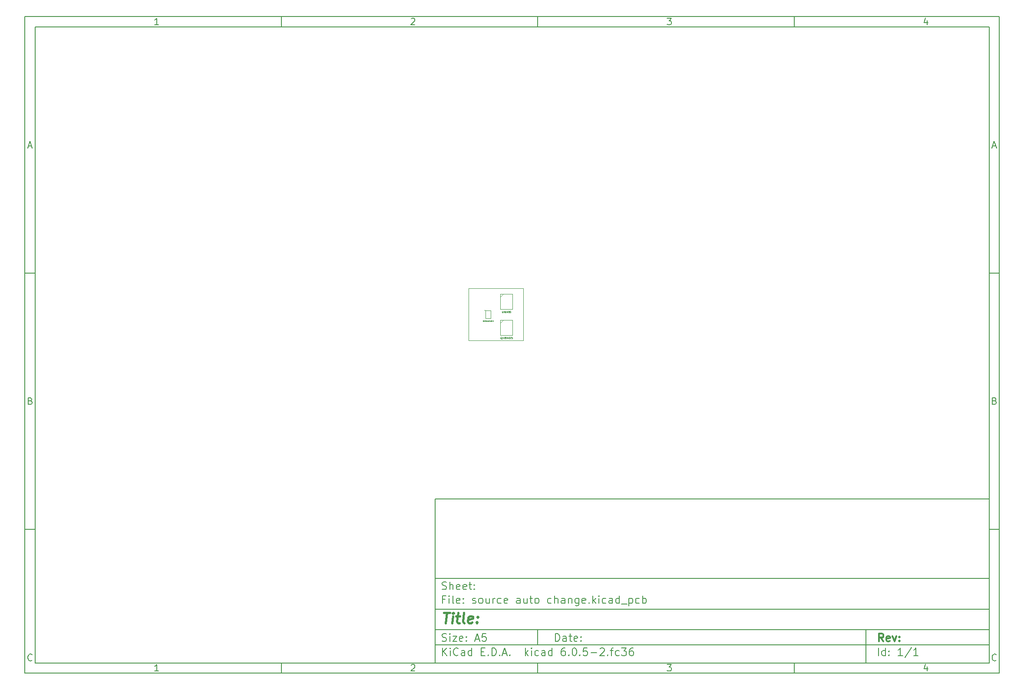
<source format=gbr>
%TF.GenerationSoftware,KiCad,Pcbnew,6.0.5-2.fc36*%
%TF.CreationDate,2022-06-19T11:45:18+04:00*%
%TF.ProjectId,source auto change,736f7572-6365-4206-9175-746f20636861,rev?*%
%TF.SameCoordinates,Original*%
%TF.FileFunction,AssemblyDrawing,Top*%
%FSLAX46Y46*%
G04 Gerber Fmt 4.6, Leading zero omitted, Abs format (unit mm)*
G04 Created by KiCad (PCBNEW 6.0.5-2.fc36) date 2022-06-19 11:45:18*
%MOMM*%
%LPD*%
G01*
G04 APERTURE LIST*
%ADD10C,0.100000*%
%ADD11C,0.150000*%
%ADD12C,0.300000*%
%ADD13C,0.400000*%
%TA.AperFunction,Profile*%
%ADD14C,0.100000*%
%TD*%
%ADD15C,0.030000*%
%ADD16C,0.040000*%
%ADD17C,0.020000*%
%ADD18C,0.050000*%
G04 APERTURE END LIST*
D10*
D11*
X90007200Y-104005800D02*
X90007200Y-136005800D01*
X198007200Y-136005800D01*
X198007200Y-104005800D01*
X90007200Y-104005800D01*
D10*
D11*
X10000000Y-10000000D02*
X10000000Y-138005800D01*
X200007200Y-138005800D01*
X200007200Y-10000000D01*
X10000000Y-10000000D01*
D10*
D11*
X12000000Y-12000000D02*
X12000000Y-136005800D01*
X198007200Y-136005800D01*
X198007200Y-12000000D01*
X12000000Y-12000000D01*
D10*
D11*
X60000000Y-12000000D02*
X60000000Y-10000000D01*
D10*
D11*
X110000000Y-12000000D02*
X110000000Y-10000000D01*
D10*
D11*
X160000000Y-12000000D02*
X160000000Y-10000000D01*
D10*
D11*
X36065476Y-11588095D02*
X35322619Y-11588095D01*
X35694047Y-11588095D02*
X35694047Y-10288095D01*
X35570238Y-10473809D01*
X35446428Y-10597619D01*
X35322619Y-10659523D01*
D10*
D11*
X85322619Y-10411904D02*
X85384523Y-10350000D01*
X85508333Y-10288095D01*
X85817857Y-10288095D01*
X85941666Y-10350000D01*
X86003571Y-10411904D01*
X86065476Y-10535714D01*
X86065476Y-10659523D01*
X86003571Y-10845238D01*
X85260714Y-11588095D01*
X86065476Y-11588095D01*
D10*
D11*
X135260714Y-10288095D02*
X136065476Y-10288095D01*
X135632142Y-10783333D01*
X135817857Y-10783333D01*
X135941666Y-10845238D01*
X136003571Y-10907142D01*
X136065476Y-11030952D01*
X136065476Y-11340476D01*
X136003571Y-11464285D01*
X135941666Y-11526190D01*
X135817857Y-11588095D01*
X135446428Y-11588095D01*
X135322619Y-11526190D01*
X135260714Y-11464285D01*
D10*
D11*
X185941666Y-10721428D02*
X185941666Y-11588095D01*
X185632142Y-10226190D02*
X185322619Y-11154761D01*
X186127380Y-11154761D01*
D10*
D11*
X60000000Y-136005800D02*
X60000000Y-138005800D01*
D10*
D11*
X110000000Y-136005800D02*
X110000000Y-138005800D01*
D10*
D11*
X160000000Y-136005800D02*
X160000000Y-138005800D01*
D10*
D11*
X36065476Y-137593895D02*
X35322619Y-137593895D01*
X35694047Y-137593895D02*
X35694047Y-136293895D01*
X35570238Y-136479609D01*
X35446428Y-136603419D01*
X35322619Y-136665323D01*
D10*
D11*
X85322619Y-136417704D02*
X85384523Y-136355800D01*
X85508333Y-136293895D01*
X85817857Y-136293895D01*
X85941666Y-136355800D01*
X86003571Y-136417704D01*
X86065476Y-136541514D01*
X86065476Y-136665323D01*
X86003571Y-136851038D01*
X85260714Y-137593895D01*
X86065476Y-137593895D01*
D10*
D11*
X135260714Y-136293895D02*
X136065476Y-136293895D01*
X135632142Y-136789133D01*
X135817857Y-136789133D01*
X135941666Y-136851038D01*
X136003571Y-136912942D01*
X136065476Y-137036752D01*
X136065476Y-137346276D01*
X136003571Y-137470085D01*
X135941666Y-137531990D01*
X135817857Y-137593895D01*
X135446428Y-137593895D01*
X135322619Y-137531990D01*
X135260714Y-137470085D01*
D10*
D11*
X185941666Y-136727228D02*
X185941666Y-137593895D01*
X185632142Y-136231990D02*
X185322619Y-137160561D01*
X186127380Y-137160561D01*
D10*
D11*
X10000000Y-60000000D02*
X12000000Y-60000000D01*
D10*
D11*
X10000000Y-110000000D02*
X12000000Y-110000000D01*
D10*
D11*
X10690476Y-35216666D02*
X11309523Y-35216666D01*
X10566666Y-35588095D02*
X11000000Y-34288095D01*
X11433333Y-35588095D01*
D10*
D11*
X11092857Y-84907142D02*
X11278571Y-84969047D01*
X11340476Y-85030952D01*
X11402380Y-85154761D01*
X11402380Y-85340476D01*
X11340476Y-85464285D01*
X11278571Y-85526190D01*
X11154761Y-85588095D01*
X10659523Y-85588095D01*
X10659523Y-84288095D01*
X11092857Y-84288095D01*
X11216666Y-84350000D01*
X11278571Y-84411904D01*
X11340476Y-84535714D01*
X11340476Y-84659523D01*
X11278571Y-84783333D01*
X11216666Y-84845238D01*
X11092857Y-84907142D01*
X10659523Y-84907142D01*
D10*
D11*
X11402380Y-135464285D02*
X11340476Y-135526190D01*
X11154761Y-135588095D01*
X11030952Y-135588095D01*
X10845238Y-135526190D01*
X10721428Y-135402380D01*
X10659523Y-135278571D01*
X10597619Y-135030952D01*
X10597619Y-134845238D01*
X10659523Y-134597619D01*
X10721428Y-134473809D01*
X10845238Y-134350000D01*
X11030952Y-134288095D01*
X11154761Y-134288095D01*
X11340476Y-134350000D01*
X11402380Y-134411904D01*
D10*
D11*
X200007200Y-60000000D02*
X198007200Y-60000000D01*
D10*
D11*
X200007200Y-110000000D02*
X198007200Y-110000000D01*
D10*
D11*
X198697676Y-35216666D02*
X199316723Y-35216666D01*
X198573866Y-35588095D02*
X199007200Y-34288095D01*
X199440533Y-35588095D01*
D10*
D11*
X199100057Y-84907142D02*
X199285771Y-84969047D01*
X199347676Y-85030952D01*
X199409580Y-85154761D01*
X199409580Y-85340476D01*
X199347676Y-85464285D01*
X199285771Y-85526190D01*
X199161961Y-85588095D01*
X198666723Y-85588095D01*
X198666723Y-84288095D01*
X199100057Y-84288095D01*
X199223866Y-84350000D01*
X199285771Y-84411904D01*
X199347676Y-84535714D01*
X199347676Y-84659523D01*
X199285771Y-84783333D01*
X199223866Y-84845238D01*
X199100057Y-84907142D01*
X198666723Y-84907142D01*
D10*
D11*
X199409580Y-135464285D02*
X199347676Y-135526190D01*
X199161961Y-135588095D01*
X199038152Y-135588095D01*
X198852438Y-135526190D01*
X198728628Y-135402380D01*
X198666723Y-135278571D01*
X198604819Y-135030952D01*
X198604819Y-134845238D01*
X198666723Y-134597619D01*
X198728628Y-134473809D01*
X198852438Y-134350000D01*
X199038152Y-134288095D01*
X199161961Y-134288095D01*
X199347676Y-134350000D01*
X199409580Y-134411904D01*
D10*
D11*
X113439342Y-131784371D02*
X113439342Y-130284371D01*
X113796485Y-130284371D01*
X114010771Y-130355800D01*
X114153628Y-130498657D01*
X114225057Y-130641514D01*
X114296485Y-130927228D01*
X114296485Y-131141514D01*
X114225057Y-131427228D01*
X114153628Y-131570085D01*
X114010771Y-131712942D01*
X113796485Y-131784371D01*
X113439342Y-131784371D01*
X115582200Y-131784371D02*
X115582200Y-130998657D01*
X115510771Y-130855800D01*
X115367914Y-130784371D01*
X115082200Y-130784371D01*
X114939342Y-130855800D01*
X115582200Y-131712942D02*
X115439342Y-131784371D01*
X115082200Y-131784371D01*
X114939342Y-131712942D01*
X114867914Y-131570085D01*
X114867914Y-131427228D01*
X114939342Y-131284371D01*
X115082200Y-131212942D01*
X115439342Y-131212942D01*
X115582200Y-131141514D01*
X116082200Y-130784371D02*
X116653628Y-130784371D01*
X116296485Y-130284371D02*
X116296485Y-131570085D01*
X116367914Y-131712942D01*
X116510771Y-131784371D01*
X116653628Y-131784371D01*
X117725057Y-131712942D02*
X117582200Y-131784371D01*
X117296485Y-131784371D01*
X117153628Y-131712942D01*
X117082200Y-131570085D01*
X117082200Y-130998657D01*
X117153628Y-130855800D01*
X117296485Y-130784371D01*
X117582200Y-130784371D01*
X117725057Y-130855800D01*
X117796485Y-130998657D01*
X117796485Y-131141514D01*
X117082200Y-131284371D01*
X118439342Y-131641514D02*
X118510771Y-131712942D01*
X118439342Y-131784371D01*
X118367914Y-131712942D01*
X118439342Y-131641514D01*
X118439342Y-131784371D01*
X118439342Y-130855800D02*
X118510771Y-130927228D01*
X118439342Y-130998657D01*
X118367914Y-130927228D01*
X118439342Y-130855800D01*
X118439342Y-130998657D01*
D10*
D11*
X90007200Y-132505800D02*
X198007200Y-132505800D01*
D10*
D11*
X91439342Y-134584371D02*
X91439342Y-133084371D01*
X92296485Y-134584371D02*
X91653628Y-133727228D01*
X92296485Y-133084371D02*
X91439342Y-133941514D01*
X92939342Y-134584371D02*
X92939342Y-133584371D01*
X92939342Y-133084371D02*
X92867914Y-133155800D01*
X92939342Y-133227228D01*
X93010771Y-133155800D01*
X92939342Y-133084371D01*
X92939342Y-133227228D01*
X94510771Y-134441514D02*
X94439342Y-134512942D01*
X94225057Y-134584371D01*
X94082200Y-134584371D01*
X93867914Y-134512942D01*
X93725057Y-134370085D01*
X93653628Y-134227228D01*
X93582200Y-133941514D01*
X93582200Y-133727228D01*
X93653628Y-133441514D01*
X93725057Y-133298657D01*
X93867914Y-133155800D01*
X94082200Y-133084371D01*
X94225057Y-133084371D01*
X94439342Y-133155800D01*
X94510771Y-133227228D01*
X95796485Y-134584371D02*
X95796485Y-133798657D01*
X95725057Y-133655800D01*
X95582200Y-133584371D01*
X95296485Y-133584371D01*
X95153628Y-133655800D01*
X95796485Y-134512942D02*
X95653628Y-134584371D01*
X95296485Y-134584371D01*
X95153628Y-134512942D01*
X95082200Y-134370085D01*
X95082200Y-134227228D01*
X95153628Y-134084371D01*
X95296485Y-134012942D01*
X95653628Y-134012942D01*
X95796485Y-133941514D01*
X97153628Y-134584371D02*
X97153628Y-133084371D01*
X97153628Y-134512942D02*
X97010771Y-134584371D01*
X96725057Y-134584371D01*
X96582200Y-134512942D01*
X96510771Y-134441514D01*
X96439342Y-134298657D01*
X96439342Y-133870085D01*
X96510771Y-133727228D01*
X96582200Y-133655800D01*
X96725057Y-133584371D01*
X97010771Y-133584371D01*
X97153628Y-133655800D01*
X99010771Y-133798657D02*
X99510771Y-133798657D01*
X99725057Y-134584371D02*
X99010771Y-134584371D01*
X99010771Y-133084371D01*
X99725057Y-133084371D01*
X100367914Y-134441514D02*
X100439342Y-134512942D01*
X100367914Y-134584371D01*
X100296485Y-134512942D01*
X100367914Y-134441514D01*
X100367914Y-134584371D01*
X101082200Y-134584371D02*
X101082200Y-133084371D01*
X101439342Y-133084371D01*
X101653628Y-133155800D01*
X101796485Y-133298657D01*
X101867914Y-133441514D01*
X101939342Y-133727228D01*
X101939342Y-133941514D01*
X101867914Y-134227228D01*
X101796485Y-134370085D01*
X101653628Y-134512942D01*
X101439342Y-134584371D01*
X101082200Y-134584371D01*
X102582200Y-134441514D02*
X102653628Y-134512942D01*
X102582200Y-134584371D01*
X102510771Y-134512942D01*
X102582200Y-134441514D01*
X102582200Y-134584371D01*
X103225057Y-134155800D02*
X103939342Y-134155800D01*
X103082200Y-134584371D02*
X103582200Y-133084371D01*
X104082200Y-134584371D01*
X104582200Y-134441514D02*
X104653628Y-134512942D01*
X104582200Y-134584371D01*
X104510771Y-134512942D01*
X104582200Y-134441514D01*
X104582200Y-134584371D01*
X107582200Y-134584371D02*
X107582200Y-133084371D01*
X107725057Y-134012942D02*
X108153628Y-134584371D01*
X108153628Y-133584371D02*
X107582200Y-134155800D01*
X108796485Y-134584371D02*
X108796485Y-133584371D01*
X108796485Y-133084371D02*
X108725057Y-133155800D01*
X108796485Y-133227228D01*
X108867914Y-133155800D01*
X108796485Y-133084371D01*
X108796485Y-133227228D01*
X110153628Y-134512942D02*
X110010771Y-134584371D01*
X109725057Y-134584371D01*
X109582200Y-134512942D01*
X109510771Y-134441514D01*
X109439342Y-134298657D01*
X109439342Y-133870085D01*
X109510771Y-133727228D01*
X109582200Y-133655800D01*
X109725057Y-133584371D01*
X110010771Y-133584371D01*
X110153628Y-133655800D01*
X111439342Y-134584371D02*
X111439342Y-133798657D01*
X111367914Y-133655800D01*
X111225057Y-133584371D01*
X110939342Y-133584371D01*
X110796485Y-133655800D01*
X111439342Y-134512942D02*
X111296485Y-134584371D01*
X110939342Y-134584371D01*
X110796485Y-134512942D01*
X110725057Y-134370085D01*
X110725057Y-134227228D01*
X110796485Y-134084371D01*
X110939342Y-134012942D01*
X111296485Y-134012942D01*
X111439342Y-133941514D01*
X112796485Y-134584371D02*
X112796485Y-133084371D01*
X112796485Y-134512942D02*
X112653628Y-134584371D01*
X112367914Y-134584371D01*
X112225057Y-134512942D01*
X112153628Y-134441514D01*
X112082200Y-134298657D01*
X112082200Y-133870085D01*
X112153628Y-133727228D01*
X112225057Y-133655800D01*
X112367914Y-133584371D01*
X112653628Y-133584371D01*
X112796485Y-133655800D01*
X115296485Y-133084371D02*
X115010771Y-133084371D01*
X114867914Y-133155800D01*
X114796485Y-133227228D01*
X114653628Y-133441514D01*
X114582200Y-133727228D01*
X114582200Y-134298657D01*
X114653628Y-134441514D01*
X114725057Y-134512942D01*
X114867914Y-134584371D01*
X115153628Y-134584371D01*
X115296485Y-134512942D01*
X115367914Y-134441514D01*
X115439342Y-134298657D01*
X115439342Y-133941514D01*
X115367914Y-133798657D01*
X115296485Y-133727228D01*
X115153628Y-133655800D01*
X114867914Y-133655800D01*
X114725057Y-133727228D01*
X114653628Y-133798657D01*
X114582200Y-133941514D01*
X116082200Y-134441514D02*
X116153628Y-134512942D01*
X116082200Y-134584371D01*
X116010771Y-134512942D01*
X116082200Y-134441514D01*
X116082200Y-134584371D01*
X117082200Y-133084371D02*
X117225057Y-133084371D01*
X117367914Y-133155800D01*
X117439342Y-133227228D01*
X117510771Y-133370085D01*
X117582200Y-133655800D01*
X117582200Y-134012942D01*
X117510771Y-134298657D01*
X117439342Y-134441514D01*
X117367914Y-134512942D01*
X117225057Y-134584371D01*
X117082200Y-134584371D01*
X116939342Y-134512942D01*
X116867914Y-134441514D01*
X116796485Y-134298657D01*
X116725057Y-134012942D01*
X116725057Y-133655800D01*
X116796485Y-133370085D01*
X116867914Y-133227228D01*
X116939342Y-133155800D01*
X117082200Y-133084371D01*
X118225057Y-134441514D02*
X118296485Y-134512942D01*
X118225057Y-134584371D01*
X118153628Y-134512942D01*
X118225057Y-134441514D01*
X118225057Y-134584371D01*
X119653628Y-133084371D02*
X118939342Y-133084371D01*
X118867914Y-133798657D01*
X118939342Y-133727228D01*
X119082200Y-133655800D01*
X119439342Y-133655800D01*
X119582200Y-133727228D01*
X119653628Y-133798657D01*
X119725057Y-133941514D01*
X119725057Y-134298657D01*
X119653628Y-134441514D01*
X119582200Y-134512942D01*
X119439342Y-134584371D01*
X119082200Y-134584371D01*
X118939342Y-134512942D01*
X118867914Y-134441514D01*
X120367914Y-134012942D02*
X121510771Y-134012942D01*
X122153628Y-133227228D02*
X122225057Y-133155800D01*
X122367914Y-133084371D01*
X122725057Y-133084371D01*
X122867914Y-133155800D01*
X122939342Y-133227228D01*
X123010771Y-133370085D01*
X123010771Y-133512942D01*
X122939342Y-133727228D01*
X122082200Y-134584371D01*
X123010771Y-134584371D01*
X123653628Y-134441514D02*
X123725057Y-134512942D01*
X123653628Y-134584371D01*
X123582200Y-134512942D01*
X123653628Y-134441514D01*
X123653628Y-134584371D01*
X124153628Y-133584371D02*
X124725057Y-133584371D01*
X124367914Y-134584371D02*
X124367914Y-133298657D01*
X124439342Y-133155800D01*
X124582200Y-133084371D01*
X124725057Y-133084371D01*
X125867914Y-134512942D02*
X125725057Y-134584371D01*
X125439342Y-134584371D01*
X125296485Y-134512942D01*
X125225057Y-134441514D01*
X125153628Y-134298657D01*
X125153628Y-133870085D01*
X125225057Y-133727228D01*
X125296485Y-133655800D01*
X125439342Y-133584371D01*
X125725057Y-133584371D01*
X125867914Y-133655800D01*
X126367914Y-133084371D02*
X127296485Y-133084371D01*
X126796485Y-133655800D01*
X127010771Y-133655800D01*
X127153628Y-133727228D01*
X127225057Y-133798657D01*
X127296485Y-133941514D01*
X127296485Y-134298657D01*
X127225057Y-134441514D01*
X127153628Y-134512942D01*
X127010771Y-134584371D01*
X126582200Y-134584371D01*
X126439342Y-134512942D01*
X126367914Y-134441514D01*
X128582200Y-133084371D02*
X128296485Y-133084371D01*
X128153628Y-133155800D01*
X128082200Y-133227228D01*
X127939342Y-133441514D01*
X127867914Y-133727228D01*
X127867914Y-134298657D01*
X127939342Y-134441514D01*
X128010771Y-134512942D01*
X128153628Y-134584371D01*
X128439342Y-134584371D01*
X128582200Y-134512942D01*
X128653628Y-134441514D01*
X128725057Y-134298657D01*
X128725057Y-133941514D01*
X128653628Y-133798657D01*
X128582200Y-133727228D01*
X128439342Y-133655800D01*
X128153628Y-133655800D01*
X128010771Y-133727228D01*
X127939342Y-133798657D01*
X127867914Y-133941514D01*
D10*
D11*
X90007200Y-129505800D02*
X198007200Y-129505800D01*
D10*
D12*
X177416485Y-131784371D02*
X176916485Y-131070085D01*
X176559342Y-131784371D02*
X176559342Y-130284371D01*
X177130771Y-130284371D01*
X177273628Y-130355800D01*
X177345057Y-130427228D01*
X177416485Y-130570085D01*
X177416485Y-130784371D01*
X177345057Y-130927228D01*
X177273628Y-130998657D01*
X177130771Y-131070085D01*
X176559342Y-131070085D01*
X178630771Y-131712942D02*
X178487914Y-131784371D01*
X178202200Y-131784371D01*
X178059342Y-131712942D01*
X177987914Y-131570085D01*
X177987914Y-130998657D01*
X178059342Y-130855800D01*
X178202200Y-130784371D01*
X178487914Y-130784371D01*
X178630771Y-130855800D01*
X178702200Y-130998657D01*
X178702200Y-131141514D01*
X177987914Y-131284371D01*
X179202200Y-130784371D02*
X179559342Y-131784371D01*
X179916485Y-130784371D01*
X180487914Y-131641514D02*
X180559342Y-131712942D01*
X180487914Y-131784371D01*
X180416485Y-131712942D01*
X180487914Y-131641514D01*
X180487914Y-131784371D01*
X180487914Y-130855800D02*
X180559342Y-130927228D01*
X180487914Y-130998657D01*
X180416485Y-130927228D01*
X180487914Y-130855800D01*
X180487914Y-130998657D01*
D10*
D11*
X91367914Y-131712942D02*
X91582200Y-131784371D01*
X91939342Y-131784371D01*
X92082200Y-131712942D01*
X92153628Y-131641514D01*
X92225057Y-131498657D01*
X92225057Y-131355800D01*
X92153628Y-131212942D01*
X92082200Y-131141514D01*
X91939342Y-131070085D01*
X91653628Y-130998657D01*
X91510771Y-130927228D01*
X91439342Y-130855800D01*
X91367914Y-130712942D01*
X91367914Y-130570085D01*
X91439342Y-130427228D01*
X91510771Y-130355800D01*
X91653628Y-130284371D01*
X92010771Y-130284371D01*
X92225057Y-130355800D01*
X92867914Y-131784371D02*
X92867914Y-130784371D01*
X92867914Y-130284371D02*
X92796485Y-130355800D01*
X92867914Y-130427228D01*
X92939342Y-130355800D01*
X92867914Y-130284371D01*
X92867914Y-130427228D01*
X93439342Y-130784371D02*
X94225057Y-130784371D01*
X93439342Y-131784371D01*
X94225057Y-131784371D01*
X95367914Y-131712942D02*
X95225057Y-131784371D01*
X94939342Y-131784371D01*
X94796485Y-131712942D01*
X94725057Y-131570085D01*
X94725057Y-130998657D01*
X94796485Y-130855800D01*
X94939342Y-130784371D01*
X95225057Y-130784371D01*
X95367914Y-130855800D01*
X95439342Y-130998657D01*
X95439342Y-131141514D01*
X94725057Y-131284371D01*
X96082200Y-131641514D02*
X96153628Y-131712942D01*
X96082200Y-131784371D01*
X96010771Y-131712942D01*
X96082200Y-131641514D01*
X96082200Y-131784371D01*
X96082200Y-130855800D02*
X96153628Y-130927228D01*
X96082200Y-130998657D01*
X96010771Y-130927228D01*
X96082200Y-130855800D01*
X96082200Y-130998657D01*
X97867914Y-131355800D02*
X98582200Y-131355800D01*
X97725057Y-131784371D02*
X98225057Y-130284371D01*
X98725057Y-131784371D01*
X99939342Y-130284371D02*
X99225057Y-130284371D01*
X99153628Y-130998657D01*
X99225057Y-130927228D01*
X99367914Y-130855800D01*
X99725057Y-130855800D01*
X99867914Y-130927228D01*
X99939342Y-130998657D01*
X100010771Y-131141514D01*
X100010771Y-131498657D01*
X99939342Y-131641514D01*
X99867914Y-131712942D01*
X99725057Y-131784371D01*
X99367914Y-131784371D01*
X99225057Y-131712942D01*
X99153628Y-131641514D01*
D10*
D11*
X176439342Y-134584371D02*
X176439342Y-133084371D01*
X177796485Y-134584371D02*
X177796485Y-133084371D01*
X177796485Y-134512942D02*
X177653628Y-134584371D01*
X177367914Y-134584371D01*
X177225057Y-134512942D01*
X177153628Y-134441514D01*
X177082200Y-134298657D01*
X177082200Y-133870085D01*
X177153628Y-133727228D01*
X177225057Y-133655800D01*
X177367914Y-133584371D01*
X177653628Y-133584371D01*
X177796485Y-133655800D01*
X178510771Y-134441514D02*
X178582200Y-134512942D01*
X178510771Y-134584371D01*
X178439342Y-134512942D01*
X178510771Y-134441514D01*
X178510771Y-134584371D01*
X178510771Y-133655800D02*
X178582200Y-133727228D01*
X178510771Y-133798657D01*
X178439342Y-133727228D01*
X178510771Y-133655800D01*
X178510771Y-133798657D01*
X181153628Y-134584371D02*
X180296485Y-134584371D01*
X180725057Y-134584371D02*
X180725057Y-133084371D01*
X180582200Y-133298657D01*
X180439342Y-133441514D01*
X180296485Y-133512942D01*
X182867914Y-133012942D02*
X181582200Y-134941514D01*
X184153628Y-134584371D02*
X183296485Y-134584371D01*
X183725057Y-134584371D02*
X183725057Y-133084371D01*
X183582200Y-133298657D01*
X183439342Y-133441514D01*
X183296485Y-133512942D01*
D10*
D11*
X90007200Y-125505800D02*
X198007200Y-125505800D01*
D10*
D13*
X91719580Y-126210561D02*
X92862438Y-126210561D01*
X92041009Y-128210561D02*
X92291009Y-126210561D01*
X93279104Y-128210561D02*
X93445771Y-126877228D01*
X93529104Y-126210561D02*
X93421961Y-126305800D01*
X93505295Y-126401038D01*
X93612438Y-126305800D01*
X93529104Y-126210561D01*
X93505295Y-126401038D01*
X94112438Y-126877228D02*
X94874342Y-126877228D01*
X94481485Y-126210561D02*
X94267200Y-127924847D01*
X94338628Y-128115323D01*
X94517200Y-128210561D01*
X94707676Y-128210561D01*
X95660057Y-128210561D02*
X95481485Y-128115323D01*
X95410057Y-127924847D01*
X95624342Y-126210561D01*
X97195771Y-128115323D02*
X96993390Y-128210561D01*
X96612438Y-128210561D01*
X96433866Y-128115323D01*
X96362438Y-127924847D01*
X96457676Y-127162942D01*
X96576723Y-126972466D01*
X96779104Y-126877228D01*
X97160057Y-126877228D01*
X97338628Y-126972466D01*
X97410057Y-127162942D01*
X97386247Y-127353419D01*
X96410057Y-127543895D01*
X98160057Y-128020085D02*
X98243390Y-128115323D01*
X98136247Y-128210561D01*
X98052914Y-128115323D01*
X98160057Y-128020085D01*
X98136247Y-128210561D01*
X98291009Y-126972466D02*
X98374342Y-127067704D01*
X98267200Y-127162942D01*
X98183866Y-127067704D01*
X98291009Y-126972466D01*
X98267200Y-127162942D01*
D10*
D11*
X91939342Y-123598657D02*
X91439342Y-123598657D01*
X91439342Y-124384371D02*
X91439342Y-122884371D01*
X92153628Y-122884371D01*
X92725057Y-124384371D02*
X92725057Y-123384371D01*
X92725057Y-122884371D02*
X92653628Y-122955800D01*
X92725057Y-123027228D01*
X92796485Y-122955800D01*
X92725057Y-122884371D01*
X92725057Y-123027228D01*
X93653628Y-124384371D02*
X93510771Y-124312942D01*
X93439342Y-124170085D01*
X93439342Y-122884371D01*
X94796485Y-124312942D02*
X94653628Y-124384371D01*
X94367914Y-124384371D01*
X94225057Y-124312942D01*
X94153628Y-124170085D01*
X94153628Y-123598657D01*
X94225057Y-123455800D01*
X94367914Y-123384371D01*
X94653628Y-123384371D01*
X94796485Y-123455800D01*
X94867914Y-123598657D01*
X94867914Y-123741514D01*
X94153628Y-123884371D01*
X95510771Y-124241514D02*
X95582200Y-124312942D01*
X95510771Y-124384371D01*
X95439342Y-124312942D01*
X95510771Y-124241514D01*
X95510771Y-124384371D01*
X95510771Y-123455800D02*
X95582200Y-123527228D01*
X95510771Y-123598657D01*
X95439342Y-123527228D01*
X95510771Y-123455800D01*
X95510771Y-123598657D01*
X97296485Y-124312942D02*
X97439342Y-124384371D01*
X97725057Y-124384371D01*
X97867914Y-124312942D01*
X97939342Y-124170085D01*
X97939342Y-124098657D01*
X97867914Y-123955800D01*
X97725057Y-123884371D01*
X97510771Y-123884371D01*
X97367914Y-123812942D01*
X97296485Y-123670085D01*
X97296485Y-123598657D01*
X97367914Y-123455800D01*
X97510771Y-123384371D01*
X97725057Y-123384371D01*
X97867914Y-123455800D01*
X98796485Y-124384371D02*
X98653628Y-124312942D01*
X98582200Y-124241514D01*
X98510771Y-124098657D01*
X98510771Y-123670085D01*
X98582200Y-123527228D01*
X98653628Y-123455800D01*
X98796485Y-123384371D01*
X99010771Y-123384371D01*
X99153628Y-123455800D01*
X99225057Y-123527228D01*
X99296485Y-123670085D01*
X99296485Y-124098657D01*
X99225057Y-124241514D01*
X99153628Y-124312942D01*
X99010771Y-124384371D01*
X98796485Y-124384371D01*
X100582200Y-123384371D02*
X100582200Y-124384371D01*
X99939342Y-123384371D02*
X99939342Y-124170085D01*
X100010771Y-124312942D01*
X100153628Y-124384371D01*
X100367914Y-124384371D01*
X100510771Y-124312942D01*
X100582200Y-124241514D01*
X101296485Y-124384371D02*
X101296485Y-123384371D01*
X101296485Y-123670085D02*
X101367914Y-123527228D01*
X101439342Y-123455800D01*
X101582200Y-123384371D01*
X101725057Y-123384371D01*
X102867914Y-124312942D02*
X102725057Y-124384371D01*
X102439342Y-124384371D01*
X102296485Y-124312942D01*
X102225057Y-124241514D01*
X102153628Y-124098657D01*
X102153628Y-123670085D01*
X102225057Y-123527228D01*
X102296485Y-123455800D01*
X102439342Y-123384371D01*
X102725057Y-123384371D01*
X102867914Y-123455800D01*
X104082200Y-124312942D02*
X103939342Y-124384371D01*
X103653628Y-124384371D01*
X103510771Y-124312942D01*
X103439342Y-124170085D01*
X103439342Y-123598657D01*
X103510771Y-123455800D01*
X103653628Y-123384371D01*
X103939342Y-123384371D01*
X104082200Y-123455800D01*
X104153628Y-123598657D01*
X104153628Y-123741514D01*
X103439342Y-123884371D01*
X106582200Y-124384371D02*
X106582200Y-123598657D01*
X106510771Y-123455800D01*
X106367914Y-123384371D01*
X106082200Y-123384371D01*
X105939342Y-123455800D01*
X106582200Y-124312942D02*
X106439342Y-124384371D01*
X106082200Y-124384371D01*
X105939342Y-124312942D01*
X105867914Y-124170085D01*
X105867914Y-124027228D01*
X105939342Y-123884371D01*
X106082200Y-123812942D01*
X106439342Y-123812942D01*
X106582200Y-123741514D01*
X107939342Y-123384371D02*
X107939342Y-124384371D01*
X107296485Y-123384371D02*
X107296485Y-124170085D01*
X107367914Y-124312942D01*
X107510771Y-124384371D01*
X107725057Y-124384371D01*
X107867914Y-124312942D01*
X107939342Y-124241514D01*
X108439342Y-123384371D02*
X109010771Y-123384371D01*
X108653628Y-122884371D02*
X108653628Y-124170085D01*
X108725057Y-124312942D01*
X108867914Y-124384371D01*
X109010771Y-124384371D01*
X109725057Y-124384371D02*
X109582200Y-124312942D01*
X109510771Y-124241514D01*
X109439342Y-124098657D01*
X109439342Y-123670085D01*
X109510771Y-123527228D01*
X109582200Y-123455800D01*
X109725057Y-123384371D01*
X109939342Y-123384371D01*
X110082200Y-123455800D01*
X110153628Y-123527228D01*
X110225057Y-123670085D01*
X110225057Y-124098657D01*
X110153628Y-124241514D01*
X110082200Y-124312942D01*
X109939342Y-124384371D01*
X109725057Y-124384371D01*
X112653628Y-124312942D02*
X112510771Y-124384371D01*
X112225057Y-124384371D01*
X112082200Y-124312942D01*
X112010771Y-124241514D01*
X111939342Y-124098657D01*
X111939342Y-123670085D01*
X112010771Y-123527228D01*
X112082200Y-123455800D01*
X112225057Y-123384371D01*
X112510771Y-123384371D01*
X112653628Y-123455800D01*
X113296485Y-124384371D02*
X113296485Y-122884371D01*
X113939342Y-124384371D02*
X113939342Y-123598657D01*
X113867914Y-123455800D01*
X113725057Y-123384371D01*
X113510771Y-123384371D01*
X113367914Y-123455800D01*
X113296485Y-123527228D01*
X115296485Y-124384371D02*
X115296485Y-123598657D01*
X115225057Y-123455800D01*
X115082200Y-123384371D01*
X114796485Y-123384371D01*
X114653628Y-123455800D01*
X115296485Y-124312942D02*
X115153628Y-124384371D01*
X114796485Y-124384371D01*
X114653628Y-124312942D01*
X114582200Y-124170085D01*
X114582200Y-124027228D01*
X114653628Y-123884371D01*
X114796485Y-123812942D01*
X115153628Y-123812942D01*
X115296485Y-123741514D01*
X116010771Y-123384371D02*
X116010771Y-124384371D01*
X116010771Y-123527228D02*
X116082200Y-123455800D01*
X116225057Y-123384371D01*
X116439342Y-123384371D01*
X116582200Y-123455800D01*
X116653628Y-123598657D01*
X116653628Y-124384371D01*
X118010771Y-123384371D02*
X118010771Y-124598657D01*
X117939342Y-124741514D01*
X117867914Y-124812942D01*
X117725057Y-124884371D01*
X117510771Y-124884371D01*
X117367914Y-124812942D01*
X118010771Y-124312942D02*
X117867914Y-124384371D01*
X117582200Y-124384371D01*
X117439342Y-124312942D01*
X117367914Y-124241514D01*
X117296485Y-124098657D01*
X117296485Y-123670085D01*
X117367914Y-123527228D01*
X117439342Y-123455800D01*
X117582200Y-123384371D01*
X117867914Y-123384371D01*
X118010771Y-123455800D01*
X119296485Y-124312942D02*
X119153628Y-124384371D01*
X118867914Y-124384371D01*
X118725057Y-124312942D01*
X118653628Y-124170085D01*
X118653628Y-123598657D01*
X118725057Y-123455800D01*
X118867914Y-123384371D01*
X119153628Y-123384371D01*
X119296485Y-123455800D01*
X119367914Y-123598657D01*
X119367914Y-123741514D01*
X118653628Y-123884371D01*
X120010771Y-124241514D02*
X120082200Y-124312942D01*
X120010771Y-124384371D01*
X119939342Y-124312942D01*
X120010771Y-124241514D01*
X120010771Y-124384371D01*
X120725057Y-124384371D02*
X120725057Y-122884371D01*
X120867914Y-123812942D02*
X121296485Y-124384371D01*
X121296485Y-123384371D02*
X120725057Y-123955800D01*
X121939342Y-124384371D02*
X121939342Y-123384371D01*
X121939342Y-122884371D02*
X121867914Y-122955800D01*
X121939342Y-123027228D01*
X122010771Y-122955800D01*
X121939342Y-122884371D01*
X121939342Y-123027228D01*
X123296485Y-124312942D02*
X123153628Y-124384371D01*
X122867914Y-124384371D01*
X122725057Y-124312942D01*
X122653628Y-124241514D01*
X122582200Y-124098657D01*
X122582200Y-123670085D01*
X122653628Y-123527228D01*
X122725057Y-123455800D01*
X122867914Y-123384371D01*
X123153628Y-123384371D01*
X123296485Y-123455800D01*
X124582200Y-124384371D02*
X124582200Y-123598657D01*
X124510771Y-123455800D01*
X124367914Y-123384371D01*
X124082200Y-123384371D01*
X123939342Y-123455800D01*
X124582200Y-124312942D02*
X124439342Y-124384371D01*
X124082200Y-124384371D01*
X123939342Y-124312942D01*
X123867914Y-124170085D01*
X123867914Y-124027228D01*
X123939342Y-123884371D01*
X124082200Y-123812942D01*
X124439342Y-123812942D01*
X124582200Y-123741514D01*
X125939342Y-124384371D02*
X125939342Y-122884371D01*
X125939342Y-124312942D02*
X125796485Y-124384371D01*
X125510771Y-124384371D01*
X125367914Y-124312942D01*
X125296485Y-124241514D01*
X125225057Y-124098657D01*
X125225057Y-123670085D01*
X125296485Y-123527228D01*
X125367914Y-123455800D01*
X125510771Y-123384371D01*
X125796485Y-123384371D01*
X125939342Y-123455800D01*
X126296485Y-124527228D02*
X127439342Y-124527228D01*
X127796485Y-123384371D02*
X127796485Y-124884371D01*
X127796485Y-123455800D02*
X127939342Y-123384371D01*
X128225057Y-123384371D01*
X128367914Y-123455800D01*
X128439342Y-123527228D01*
X128510771Y-123670085D01*
X128510771Y-124098657D01*
X128439342Y-124241514D01*
X128367914Y-124312942D01*
X128225057Y-124384371D01*
X127939342Y-124384371D01*
X127796485Y-124312942D01*
X129796485Y-124312942D02*
X129653628Y-124384371D01*
X129367914Y-124384371D01*
X129225057Y-124312942D01*
X129153628Y-124241514D01*
X129082200Y-124098657D01*
X129082200Y-123670085D01*
X129153628Y-123527228D01*
X129225057Y-123455800D01*
X129367914Y-123384371D01*
X129653628Y-123384371D01*
X129796485Y-123455800D01*
X130439342Y-124384371D02*
X130439342Y-122884371D01*
X130439342Y-123455800D02*
X130582200Y-123384371D01*
X130867914Y-123384371D01*
X131010771Y-123455800D01*
X131082200Y-123527228D01*
X131153628Y-123670085D01*
X131153628Y-124098657D01*
X131082200Y-124241514D01*
X131010771Y-124312942D01*
X130867914Y-124384371D01*
X130582200Y-124384371D01*
X130439342Y-124312942D01*
D10*
D11*
X90007200Y-119505800D02*
X198007200Y-119505800D01*
D10*
D11*
X91367914Y-121612942D02*
X91582200Y-121684371D01*
X91939342Y-121684371D01*
X92082200Y-121612942D01*
X92153628Y-121541514D01*
X92225057Y-121398657D01*
X92225057Y-121255800D01*
X92153628Y-121112942D01*
X92082200Y-121041514D01*
X91939342Y-120970085D01*
X91653628Y-120898657D01*
X91510771Y-120827228D01*
X91439342Y-120755800D01*
X91367914Y-120612942D01*
X91367914Y-120470085D01*
X91439342Y-120327228D01*
X91510771Y-120255800D01*
X91653628Y-120184371D01*
X92010771Y-120184371D01*
X92225057Y-120255800D01*
X92867914Y-121684371D02*
X92867914Y-120184371D01*
X93510771Y-121684371D02*
X93510771Y-120898657D01*
X93439342Y-120755800D01*
X93296485Y-120684371D01*
X93082200Y-120684371D01*
X92939342Y-120755800D01*
X92867914Y-120827228D01*
X94796485Y-121612942D02*
X94653628Y-121684371D01*
X94367914Y-121684371D01*
X94225057Y-121612942D01*
X94153628Y-121470085D01*
X94153628Y-120898657D01*
X94225057Y-120755800D01*
X94367914Y-120684371D01*
X94653628Y-120684371D01*
X94796485Y-120755800D01*
X94867914Y-120898657D01*
X94867914Y-121041514D01*
X94153628Y-121184371D01*
X96082200Y-121612942D02*
X95939342Y-121684371D01*
X95653628Y-121684371D01*
X95510771Y-121612942D01*
X95439342Y-121470085D01*
X95439342Y-120898657D01*
X95510771Y-120755800D01*
X95653628Y-120684371D01*
X95939342Y-120684371D01*
X96082200Y-120755800D01*
X96153628Y-120898657D01*
X96153628Y-121041514D01*
X95439342Y-121184371D01*
X96582200Y-120684371D02*
X97153628Y-120684371D01*
X96796485Y-120184371D02*
X96796485Y-121470085D01*
X96867914Y-121612942D01*
X97010771Y-121684371D01*
X97153628Y-121684371D01*
X97653628Y-121541514D02*
X97725057Y-121612942D01*
X97653628Y-121684371D01*
X97582200Y-121612942D01*
X97653628Y-121541514D01*
X97653628Y-121684371D01*
X97653628Y-120755800D02*
X97725057Y-120827228D01*
X97653628Y-120898657D01*
X97582200Y-120827228D01*
X97653628Y-120755800D01*
X97653628Y-120898657D01*
D10*
D12*
D10*
D11*
D10*
D11*
D10*
D11*
D10*
D11*
D10*
D11*
X110007200Y-129505800D02*
X110007200Y-132505800D01*
D10*
D11*
X174007200Y-129505800D02*
X174007200Y-136005800D01*
D14*
X96520000Y-62992000D02*
X107188000Y-62992000D01*
X107188000Y-62992000D02*
X107188000Y-73152000D01*
X107188000Y-73152000D02*
X96520000Y-73152000D01*
X96520000Y-73152000D02*
X96520000Y-62992000D01*
D15*
%TO.C,U3*%
X103236000Y-67728285D02*
X103207428Y-67714000D01*
X103178857Y-67685428D01*
X103136000Y-67642571D01*
X103107428Y-67628285D01*
X103078857Y-67628285D01*
X103093142Y-67699714D02*
X103064571Y-67685428D01*
X103036000Y-67656857D01*
X103021714Y-67599714D01*
X103021714Y-67499714D01*
X103036000Y-67442571D01*
X103064571Y-67414000D01*
X103093142Y-67399714D01*
X103150285Y-67399714D01*
X103178857Y-67414000D01*
X103207428Y-67442571D01*
X103221714Y-67499714D01*
X103221714Y-67599714D01*
X103207428Y-67656857D01*
X103178857Y-67685428D01*
X103150285Y-67699714D01*
X103093142Y-67699714D01*
X103350285Y-67699714D02*
X103350285Y-67399714D01*
X103350285Y-67542571D02*
X103521714Y-67542571D01*
X103521714Y-67699714D02*
X103521714Y-67399714D01*
X103707428Y-67528285D02*
X103678857Y-67514000D01*
X103664571Y-67499714D01*
X103650285Y-67471142D01*
X103650285Y-67456857D01*
X103664571Y-67428285D01*
X103678857Y-67414000D01*
X103707428Y-67399714D01*
X103764571Y-67399714D01*
X103793142Y-67414000D01*
X103807428Y-67428285D01*
X103821714Y-67456857D01*
X103821714Y-67471142D01*
X103807428Y-67499714D01*
X103793142Y-67514000D01*
X103764571Y-67528285D01*
X103707428Y-67528285D01*
X103678857Y-67542571D01*
X103664571Y-67556857D01*
X103650285Y-67585428D01*
X103650285Y-67642571D01*
X103664571Y-67671142D01*
X103678857Y-67685428D01*
X103707428Y-67699714D01*
X103764571Y-67699714D01*
X103793142Y-67685428D01*
X103807428Y-67671142D01*
X103821714Y-67642571D01*
X103821714Y-67585428D01*
X103807428Y-67556857D01*
X103793142Y-67542571D01*
X103764571Y-67528285D01*
X103950285Y-67699714D02*
X103950285Y-67399714D01*
X104050285Y-67614000D01*
X104150285Y-67399714D01*
X104150285Y-67699714D01*
X104393142Y-67542571D02*
X104436000Y-67556857D01*
X104450285Y-67571142D01*
X104464571Y-67599714D01*
X104464571Y-67642571D01*
X104450285Y-67671142D01*
X104436000Y-67685428D01*
X104407428Y-67699714D01*
X104293142Y-67699714D01*
X104293142Y-67399714D01*
X104393142Y-67399714D01*
X104421714Y-67414000D01*
X104436000Y-67428285D01*
X104450285Y-67456857D01*
X104450285Y-67485428D01*
X104436000Y-67514000D01*
X104421714Y-67528285D01*
X104393142Y-67542571D01*
X104293142Y-67542571D01*
X104736000Y-67399714D02*
X104593142Y-67399714D01*
X104578857Y-67542571D01*
X104593142Y-67528285D01*
X104621714Y-67514000D01*
X104693142Y-67514000D01*
X104721714Y-67528285D01*
X104736000Y-67542571D01*
X104750285Y-67571142D01*
X104750285Y-67642571D01*
X104736000Y-67671142D01*
X104721714Y-67685428D01*
X104693142Y-67699714D01*
X104621714Y-67699714D01*
X104593142Y-67685428D01*
X104578857Y-67671142D01*
D16*
%TO.C,U2*%
X103019333Y-72863047D02*
X102981238Y-72844000D01*
X102943142Y-72805904D01*
X102886000Y-72748761D01*
X102847904Y-72729714D01*
X102809809Y-72729714D01*
X102828857Y-72824952D02*
X102790761Y-72805904D01*
X102752666Y-72767809D01*
X102733619Y-72691619D01*
X102733619Y-72558285D01*
X102752666Y-72482095D01*
X102790761Y-72444000D01*
X102828857Y-72424952D01*
X102905047Y-72424952D01*
X102943142Y-72444000D01*
X102981238Y-72482095D01*
X103000285Y-72558285D01*
X103000285Y-72691619D01*
X102981238Y-72767809D01*
X102943142Y-72805904D01*
X102905047Y-72824952D01*
X102828857Y-72824952D01*
X103171714Y-72824952D02*
X103171714Y-72424952D01*
X103171714Y-72615428D02*
X103400285Y-72615428D01*
X103400285Y-72824952D02*
X103400285Y-72424952D01*
X103647904Y-72596380D02*
X103609809Y-72577333D01*
X103590761Y-72558285D01*
X103571714Y-72520190D01*
X103571714Y-72501142D01*
X103590761Y-72463047D01*
X103609809Y-72444000D01*
X103647904Y-72424952D01*
X103724095Y-72424952D01*
X103762190Y-72444000D01*
X103781238Y-72463047D01*
X103800285Y-72501142D01*
X103800285Y-72520190D01*
X103781238Y-72558285D01*
X103762190Y-72577333D01*
X103724095Y-72596380D01*
X103647904Y-72596380D01*
X103609809Y-72615428D01*
X103590761Y-72634476D01*
X103571714Y-72672571D01*
X103571714Y-72748761D01*
X103590761Y-72786857D01*
X103609809Y-72805904D01*
X103647904Y-72824952D01*
X103724095Y-72824952D01*
X103762190Y-72805904D01*
X103781238Y-72786857D01*
X103800285Y-72748761D01*
X103800285Y-72672571D01*
X103781238Y-72634476D01*
X103762190Y-72615428D01*
X103724095Y-72596380D01*
X103971714Y-72824952D02*
X103971714Y-72424952D01*
X104105047Y-72710666D01*
X104238380Y-72424952D01*
X104238380Y-72824952D01*
X104562190Y-72615428D02*
X104619333Y-72634476D01*
X104638380Y-72653523D01*
X104657428Y-72691619D01*
X104657428Y-72748761D01*
X104638380Y-72786857D01*
X104619333Y-72805904D01*
X104581238Y-72824952D01*
X104428857Y-72824952D01*
X104428857Y-72424952D01*
X104562190Y-72424952D01*
X104600285Y-72444000D01*
X104619333Y-72463047D01*
X104638380Y-72501142D01*
X104638380Y-72539238D01*
X104619333Y-72577333D01*
X104600285Y-72596380D01*
X104562190Y-72615428D01*
X104428857Y-72615428D01*
X105019333Y-72424952D02*
X104828857Y-72424952D01*
X104809809Y-72615428D01*
X104828857Y-72596380D01*
X104866952Y-72577333D01*
X104962190Y-72577333D01*
X105000285Y-72596380D01*
X105019333Y-72615428D01*
X105038380Y-72653523D01*
X105038380Y-72748761D01*
X105019333Y-72786857D01*
X105000285Y-72805904D01*
X104962190Y-72824952D01*
X104866952Y-72824952D01*
X104828857Y-72805904D01*
X104809809Y-72786857D01*
D17*
%TO.C,U1*%
X99325238Y-69422952D02*
X99353809Y-69432476D01*
X99401428Y-69432476D01*
X99420476Y-69422952D01*
X99430000Y-69413428D01*
X99439523Y-69394380D01*
X99439523Y-69375333D01*
X99430000Y-69356285D01*
X99420476Y-69346761D01*
X99401428Y-69337238D01*
X99363333Y-69327714D01*
X99344285Y-69318190D01*
X99334761Y-69308666D01*
X99325238Y-69289619D01*
X99325238Y-69270571D01*
X99334761Y-69251523D01*
X99344285Y-69242000D01*
X99363333Y-69232476D01*
X99410952Y-69232476D01*
X99439523Y-69242000D01*
X99525238Y-69432476D02*
X99525238Y-69232476D01*
X99639523Y-69432476D01*
X99639523Y-69232476D01*
X99715714Y-69232476D02*
X99849047Y-69232476D01*
X99763333Y-69432476D01*
X100010952Y-69299142D02*
X100010952Y-69432476D01*
X99963333Y-69222952D02*
X99915714Y-69365809D01*
X100039523Y-69365809D01*
X100210952Y-69432476D02*
X100115714Y-69432476D01*
X100115714Y-69232476D01*
X100249047Y-69232476D02*
X100315714Y-69432476D01*
X100382380Y-69232476D01*
X100563333Y-69413428D02*
X100553809Y-69422952D01*
X100525238Y-69432476D01*
X100506190Y-69432476D01*
X100477619Y-69422952D01*
X100458571Y-69403904D01*
X100449047Y-69384857D01*
X100439523Y-69346761D01*
X100439523Y-69318190D01*
X100449047Y-69280095D01*
X100458571Y-69261047D01*
X100477619Y-69242000D01*
X100506190Y-69232476D01*
X100525238Y-69232476D01*
X100553809Y-69242000D01*
X100563333Y-69251523D01*
X100753809Y-69432476D02*
X100639523Y-69432476D01*
X100696666Y-69432476D02*
X100696666Y-69232476D01*
X100677619Y-69261047D01*
X100658571Y-69280095D01*
X100639523Y-69289619D01*
X100944285Y-69242000D02*
X100925238Y-69232476D01*
X100896666Y-69232476D01*
X100868095Y-69242000D01*
X100849047Y-69261047D01*
X100839523Y-69280095D01*
X100830000Y-69318190D01*
X100830000Y-69346761D01*
X100839523Y-69384857D01*
X100849047Y-69403904D01*
X100868095Y-69422952D01*
X100896666Y-69432476D01*
X100915714Y-69432476D01*
X100944285Y-69422952D01*
X100953809Y-69413428D01*
X100953809Y-69346761D01*
X100915714Y-69346761D01*
X101077619Y-69232476D02*
X101096666Y-69232476D01*
X101115714Y-69242000D01*
X101125238Y-69251523D01*
X101134761Y-69270571D01*
X101144285Y-69308666D01*
X101144285Y-69356285D01*
X101134761Y-69394380D01*
X101125238Y-69413428D01*
X101115714Y-69422952D01*
X101096666Y-69432476D01*
X101077619Y-69432476D01*
X101058571Y-69422952D01*
X101049047Y-69413428D01*
X101039523Y-69394380D01*
X101030000Y-69356285D01*
X101030000Y-69308666D01*
X101039523Y-69270571D01*
X101049047Y-69251523D01*
X101058571Y-69242000D01*
X101077619Y-69232476D01*
X101268095Y-69232476D02*
X101287142Y-69232476D01*
X101306190Y-69242000D01*
X101315714Y-69251523D01*
X101325238Y-69270571D01*
X101334761Y-69308666D01*
X101334761Y-69356285D01*
X101325238Y-69394380D01*
X101315714Y-69413428D01*
X101306190Y-69422952D01*
X101287142Y-69432476D01*
X101268095Y-69432476D01*
X101249047Y-69422952D01*
X101239523Y-69413428D01*
X101230000Y-69394380D01*
X101220476Y-69356285D01*
X101220476Y-69308666D01*
X101230000Y-69270571D01*
X101239523Y-69251523D01*
X101249047Y-69242000D01*
X101268095Y-69232476D01*
D10*
%TO.C,U3*%
X102686000Y-64682000D02*
X103336000Y-64032000D01*
X102686000Y-67032000D02*
X102686000Y-64032000D01*
X102686000Y-64032000D02*
X105086000Y-64032000D01*
X105086000Y-64032000D02*
X105086000Y-67032000D01*
X105086000Y-67032000D02*
X102686000Y-67032000D01*
%TO.C,U2*%
X102686000Y-72112000D02*
X102686000Y-69112000D01*
X105086000Y-72112000D02*
X102686000Y-72112000D01*
X105086000Y-69112000D02*
X105086000Y-72112000D01*
X102686000Y-69112000D02*
X105086000Y-69112000D01*
X102686000Y-69762000D02*
X103336000Y-69112000D01*
D17*
%TO.C,U1*%
X99618800Y-67183000D02*
X99618800Y-67284600D01*
D18*
X99805000Y-68822000D02*
X100855000Y-68822000D01*
X99805000Y-67322000D02*
X99805000Y-68822000D01*
D17*
X99720400Y-67183000D02*
X99618800Y-67183000D01*
D18*
X100855000Y-67322000D02*
X99805000Y-67322000D01*
X100855000Y-68822000D02*
X100855000Y-67322000D01*
%TD*%
M02*

</source>
